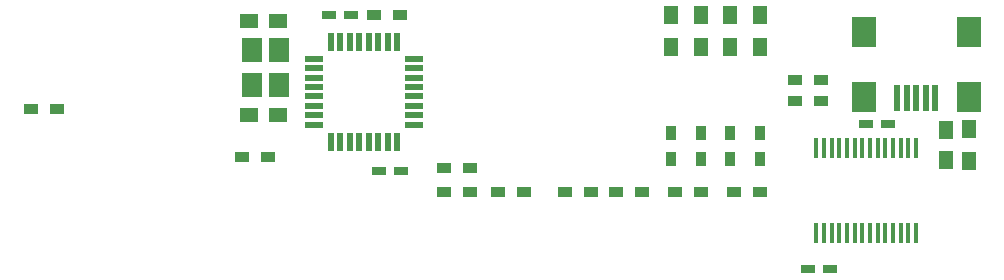
<source format=gbr>
G04 #@! TF.GenerationSoftware,KiCad,Pcbnew,(5.0.1-3-g963ef8bb5)*
G04 #@! TF.CreationDate,2020-07-12T22:57:35-05:00*
G04 #@! TF.ProjectId,SmartNerfBlaster,536D6172744E657266426C6173746572,v1*
G04 #@! TF.SameCoordinates,Original*
G04 #@! TF.FileFunction,Paste,Top*
G04 #@! TF.FilePolarity,Positive*
%FSLAX46Y46*%
G04 Gerber Fmt 4.6, Leading zero omitted, Abs format (unit mm)*
G04 Created by KiCad (PCBNEW (5.0.1-3-g963ef8bb5)) date Sunday, July 12, 2020 at 10:57:35 PM*
%MOMM*%
%LPD*%
G01*
G04 APERTURE LIST*
%ADD10R,1.200000X0.750000*%
%ADD11R,1.500000X1.250000*%
%ADD12R,1.300000X1.500000*%
%ADD13R,1.200000X0.900000*%
%ADD14R,0.900000X1.200000*%
%ADD15R,1.600000X0.550000*%
%ADD16R,0.550000X1.600000*%
%ADD17R,1.250000X1.500000*%
%ADD18R,2.000000X2.500000*%
%ADD19R,0.500000X2.300000*%
%ADD20R,1.800000X2.100000*%
%ADD21R,0.450000X1.750000*%
G04 APERTURE END LIST*
D10*
G04 #@! TO.C,C3*
X154150000Y-84750000D03*
X152250000Y-84750000D03*
G04 #@! TD*
G04 #@! TO.C,C4*
X149900000Y-71500000D03*
X148000000Y-71500000D03*
G04 #@! TD*
D11*
G04 #@! TO.C,C5*
X143750000Y-72000000D03*
X141250000Y-72000000D03*
G04 #@! TD*
G04 #@! TO.C,C6*
X143750000Y-80000000D03*
X141250000Y-80000000D03*
G04 #@! TD*
D12*
G04 #@! TO.C,D1*
X182000000Y-71500000D03*
X182000000Y-74200000D03*
G04 #@! TD*
G04 #@! TO.C,D2*
X179500000Y-74200000D03*
X179500000Y-71500000D03*
G04 #@! TD*
G04 #@! TO.C,D3*
X177000000Y-71500000D03*
X177000000Y-74200000D03*
G04 #@! TD*
D13*
G04 #@! TO.C,R1*
X142850000Y-83500000D03*
X140650000Y-83500000D03*
G04 #@! TD*
G04 #@! TO.C,R2*
X125000000Y-79500000D03*
X122800000Y-79500000D03*
G04 #@! TD*
G04 #@! TO.C,R3*
X154000000Y-71500000D03*
X151800000Y-71500000D03*
G04 #@! TD*
G04 #@! TO.C,R4*
X172300000Y-86500000D03*
X174500000Y-86500000D03*
G04 #@! TD*
G04 #@! TO.C,R5*
X179500000Y-86500000D03*
X177300000Y-86500000D03*
G04 #@! TD*
G04 #@! TO.C,R6*
X182300000Y-86500000D03*
X184500000Y-86500000D03*
G04 #@! TD*
G04 #@! TO.C,R7*
X160000000Y-86500000D03*
X157800000Y-86500000D03*
G04 #@! TD*
G04 #@! TO.C,R8*
X162300000Y-86500000D03*
X164500000Y-86500000D03*
G04 #@! TD*
D14*
G04 #@! TO.C,R9*
X182000000Y-83700000D03*
X182000000Y-81500000D03*
G04 #@! TD*
G04 #@! TO.C,R10*
X179500000Y-81500000D03*
X179500000Y-83700000D03*
G04 #@! TD*
G04 #@! TO.C,R11*
X177000000Y-83700000D03*
X177000000Y-81500000D03*
G04 #@! TD*
D13*
G04 #@! TO.C,R12*
X160000000Y-84500000D03*
X157800000Y-84500000D03*
G04 #@! TD*
G04 #@! TO.C,R13*
X168000000Y-86500000D03*
X170200000Y-86500000D03*
G04 #@! TD*
D15*
G04 #@! TO.C,U2*
X155250000Y-75200000D03*
X155250000Y-76000000D03*
X155250000Y-76800000D03*
X155250000Y-77600000D03*
X155250000Y-78400000D03*
X155250000Y-79200000D03*
X155250000Y-80000000D03*
X155250000Y-80800000D03*
D16*
X153800000Y-82250000D03*
X153000000Y-82250000D03*
X152200000Y-82250000D03*
X151400000Y-82250000D03*
X150600000Y-82250000D03*
X149800000Y-82250000D03*
X149000000Y-82250000D03*
X148200000Y-82250000D03*
D15*
X146750000Y-80800000D03*
X146750000Y-80000000D03*
X146750000Y-79200000D03*
X146750000Y-78400000D03*
X146750000Y-77600000D03*
X146750000Y-76800000D03*
X146750000Y-76000000D03*
X146750000Y-75200000D03*
D16*
X148200000Y-73750000D03*
X149000000Y-73750000D03*
X149800000Y-73750000D03*
X150600000Y-73750000D03*
X151400000Y-73750000D03*
X152200000Y-73750000D03*
X153000000Y-73750000D03*
X153800000Y-73750000D03*
G04 #@! TD*
D17*
G04 #@! TO.C,C7*
X200250000Y-83750000D03*
X200250000Y-81250000D03*
G04 #@! TD*
D10*
G04 #@! TO.C,C8*
X193500000Y-80750000D03*
X195400000Y-80750000D03*
G04 #@! TD*
G04 #@! TO.C,C9*
X188550000Y-93000000D03*
X190450000Y-93000000D03*
G04 #@! TD*
D12*
G04 #@! TO.C,D4*
X184500000Y-71500000D03*
X184500000Y-74200000D03*
G04 #@! TD*
G04 #@! TO.C,FB1*
X202250000Y-83850000D03*
X202250000Y-81150000D03*
G04 #@! TD*
D18*
G04 #@! TO.C,J7*
X193300000Y-72950000D03*
X193300000Y-78450000D03*
X202200000Y-72950000D03*
X202200000Y-78450000D03*
D19*
X196150000Y-78550000D03*
X196950000Y-78550000D03*
X197750000Y-78550000D03*
X198550000Y-78550000D03*
X199350000Y-78550000D03*
G04 #@! TD*
D13*
G04 #@! TO.C,R14*
X189700000Y-78750000D03*
X187500000Y-78750000D03*
G04 #@! TD*
G04 #@! TO.C,R15*
X187500000Y-77000000D03*
X189700000Y-77000000D03*
G04 #@! TD*
D14*
G04 #@! TO.C,R16*
X184500000Y-83700000D03*
X184500000Y-81500000D03*
G04 #@! TD*
D20*
G04 #@! TO.C,Y1*
X141500000Y-77400000D03*
X141500000Y-74500000D03*
X143800000Y-74500000D03*
X143800000Y-77400000D03*
G04 #@! TD*
D21*
G04 #@! TO.C,U3*
X189275000Y-82800000D03*
X189925000Y-82800000D03*
X190575000Y-82800000D03*
X191225000Y-82800000D03*
X191875000Y-82800000D03*
X192525000Y-82800000D03*
X193175000Y-82800000D03*
X193825000Y-82800000D03*
X194475000Y-82800000D03*
X195125000Y-82800000D03*
X195775000Y-82800000D03*
X196425000Y-82800000D03*
X197075000Y-82800000D03*
X197725000Y-82800000D03*
X197725000Y-90000000D03*
X197075000Y-90000000D03*
X196425000Y-90000000D03*
X195775000Y-90000000D03*
X195125000Y-90000000D03*
X194475000Y-90000000D03*
X193825000Y-90000000D03*
X193175000Y-90000000D03*
X192525000Y-90000000D03*
X191875000Y-90000000D03*
X191225000Y-90000000D03*
X190575000Y-90000000D03*
X189925000Y-90000000D03*
X189275000Y-90000000D03*
G04 #@! TD*
M02*

</source>
